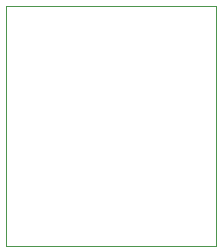
<source format=gm1>
G04 #@! TF.GenerationSoftware,KiCad,Pcbnew,9.0.6*
G04 #@! TF.CreationDate,2026-01-05T14:24:44-06:00*
G04 #@! TF.ProjectId,SOIC-16_3.9x9.9_P1.27,534f4943-2d31-4365-9f33-2e3978392e39,rev?*
G04 #@! TF.SameCoordinates,Original*
G04 #@! TF.FileFunction,Profile,NP*
%FSLAX46Y46*%
G04 Gerber Fmt 4.6, Leading zero omitted, Abs format (unit mm)*
G04 Created by KiCad (PCBNEW 9.0.6) date 2026-01-05 14:24:44*
%MOMM*%
%LPD*%
G01*
G04 APERTURE LIST*
G04 #@! TA.AperFunction,Profile*
%ADD10C,0.050000*%
G04 #@! TD*
G04 APERTURE END LIST*
D10*
X117856000Y-88713500D02*
X135636000Y-88713500D01*
X135636000Y-109033500D01*
X117856000Y-109033500D01*
X117856000Y-88713500D01*
M02*

</source>
